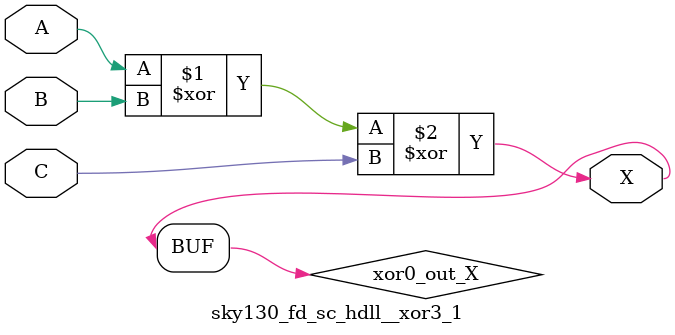
<source format=v>
/*
 * Copyright 2020 The SkyWater PDK Authors
 *
 * Licensed under the Apache License, Version 2.0 (the "License");
 * you may not use this file except in compliance with the License.
 * You may obtain a copy of the License at
 *
 *     https://www.apache.org/licenses/LICENSE-2.0
 *
 * Unless required by applicable law or agreed to in writing, software
 * distributed under the License is distributed on an "AS IS" BASIS,
 * WITHOUT WARRANTIES OR CONDITIONS OF ANY KIND, either express or implied.
 * See the License for the specific language governing permissions and
 * limitations under the License.
 *
 * SPDX-License-Identifier: Apache-2.0
*/


`ifndef SKY130_FD_SC_HDLL__XOR3_1_FUNCTIONAL_V
`define SKY130_FD_SC_HDLL__XOR3_1_FUNCTIONAL_V

/**
 * xor3: 3-input exclusive OR.
 *
 *       X = A ^ B ^ C
 *
 * Verilog simulation functional model.
 */

`timescale 1ns / 1ps
`default_nettype none

`celldefine
module sky130_fd_sc_hdll__xor3_1 (
    X,
    A,
    B,
    C
);

    // Module ports
    output X;
    input  A;
    input  B;
    input  C;

    // Local signals
    wire xor0_out_X;

    //  Name  Output      Other arguments
    xor xor0 (xor0_out_X, A, B, C        );
    buf buf0 (X         , xor0_out_X     );

endmodule
`endcelldefine

`default_nettype wire
`endif  // SKY130_FD_SC_HDLL__XOR3_1_FUNCTIONAL_V

</source>
